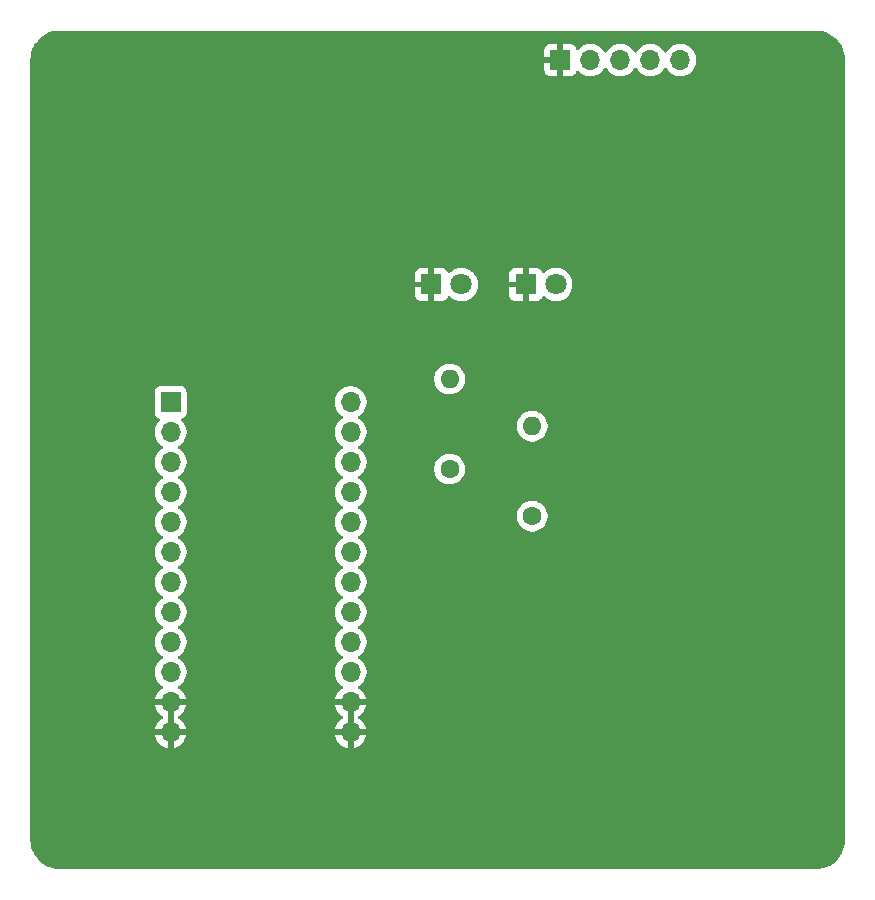
<source format=gbl>
G04 #@! TF.GenerationSoftware,KiCad,Pcbnew,9.0.1*
G04 #@! TF.CreationDate,2025-07-26T23:54:48-07:00*
G04 #@! TF.ProjectId,capstone_paul_ngo,63617073-746f-46e6-955f-7061756c5f6e,rev?*
G04 #@! TF.SameCoordinates,Original*
G04 #@! TF.FileFunction,Copper,L2,Bot*
G04 #@! TF.FilePolarity,Positive*
%FSLAX46Y46*%
G04 Gerber Fmt 4.6, Leading zero omitted, Abs format (unit mm)*
G04 Created by KiCad (PCBNEW 9.0.1) date 2025-07-26 23:54:48*
%MOMM*%
%LPD*%
G01*
G04 APERTURE LIST*
G04 #@! TA.AperFunction,ComponentPad*
%ADD10R,1.700000X1.700000*%
G04 #@! TD*
G04 #@! TA.AperFunction,ComponentPad*
%ADD11O,1.700000X1.700000*%
G04 #@! TD*
G04 #@! TA.AperFunction,ComponentPad*
%ADD12R,1.800000X1.800000*%
G04 #@! TD*
G04 #@! TA.AperFunction,ComponentPad*
%ADD13C,1.800000*%
G04 #@! TD*
G04 #@! TA.AperFunction,ComponentPad*
%ADD14C,1.600000*%
G04 #@! TD*
G04 #@! TA.AperFunction,ComponentPad*
%ADD15O,1.600000X1.600000*%
G04 #@! TD*
G04 APERTURE END LIST*
D10*
X173380000Y-64000000D03*
D11*
X175920000Y-64000000D03*
X178460000Y-64000000D03*
X181000000Y-64000000D03*
X183540000Y-64000000D03*
D12*
X170460000Y-83000000D03*
D13*
X173000000Y-83000000D03*
D14*
X171000000Y-102620000D03*
D15*
X171000000Y-95000000D03*
D12*
X162460000Y-83000000D03*
D13*
X165000000Y-83000000D03*
D10*
X140380000Y-92970000D03*
D11*
X140380000Y-95510000D03*
X140380000Y-98050000D03*
X140380000Y-100590000D03*
X140380000Y-103130000D03*
X140380000Y-105670000D03*
X140380000Y-108210000D03*
X140380000Y-110750000D03*
X140380000Y-113290000D03*
X140380000Y-115830000D03*
X140380000Y-118370000D03*
X140380000Y-120910000D03*
X155620000Y-120910000D03*
X155620000Y-118370000D03*
X155620000Y-115830000D03*
X155620000Y-113290000D03*
X155620000Y-110750000D03*
X155620000Y-108210000D03*
X155620000Y-105670000D03*
X155620000Y-103130000D03*
X155620000Y-100590000D03*
X155620000Y-98050000D03*
X155620000Y-95510000D03*
X155620000Y-92970000D03*
D14*
X164000000Y-98620000D03*
D15*
X164000000Y-91000000D03*
G04 #@! TA.AperFunction,Conductor*
G36*
X140630000Y-120476988D02*
G01*
X140572993Y-120444075D01*
X140445826Y-120410000D01*
X140314174Y-120410000D01*
X140187007Y-120444075D01*
X140130000Y-120476988D01*
X140130000Y-118803012D01*
X140187007Y-118835925D01*
X140314174Y-118870000D01*
X140445826Y-118870000D01*
X140572993Y-118835925D01*
X140630000Y-118803012D01*
X140630000Y-120476988D01*
G37*
G04 #@! TD.AperFunction*
G04 #@! TA.AperFunction,Conductor*
G36*
X155870000Y-120476988D02*
G01*
X155812993Y-120444075D01*
X155685826Y-120410000D01*
X155554174Y-120410000D01*
X155427007Y-120444075D01*
X155370000Y-120476988D01*
X155370000Y-118803012D01*
X155427007Y-118835925D01*
X155554174Y-118870000D01*
X155685826Y-118870000D01*
X155812993Y-118835925D01*
X155870000Y-118803012D01*
X155870000Y-120476988D01*
G37*
G04 #@! TD.AperFunction*
G04 #@! TA.AperFunction,Conductor*
G36*
X195003736Y-61500726D02*
G01*
X195293796Y-61518271D01*
X195308659Y-61520076D01*
X195590798Y-61571780D01*
X195605335Y-61575363D01*
X195879172Y-61660695D01*
X195893163Y-61666000D01*
X196154743Y-61783727D01*
X196167989Y-61790680D01*
X196413465Y-61939075D01*
X196425776Y-61947573D01*
X196651573Y-62124473D01*
X196662781Y-62134403D01*
X196865596Y-62337218D01*
X196875526Y-62348426D01*
X196995481Y-62501538D01*
X197052422Y-62574217D01*
X197060926Y-62586537D01*
X197119091Y-62682753D01*
X197209316Y-62832004D01*
X197216275Y-62845263D01*
X197333997Y-63106831D01*
X197339306Y-63120832D01*
X197424635Y-63394663D01*
X197428219Y-63409201D01*
X197479923Y-63691340D01*
X197481728Y-63706205D01*
X197499274Y-63996263D01*
X197499500Y-64003750D01*
X197499500Y-129996249D01*
X197499274Y-130003736D01*
X197481728Y-130293794D01*
X197479923Y-130308659D01*
X197428219Y-130590798D01*
X197424635Y-130605336D01*
X197339306Y-130879167D01*
X197333997Y-130893168D01*
X197216275Y-131154736D01*
X197209316Y-131167995D01*
X197060928Y-131413459D01*
X197052422Y-131425782D01*
X196875526Y-131651573D01*
X196865596Y-131662781D01*
X196662781Y-131865596D01*
X196651573Y-131875526D01*
X196425782Y-132052422D01*
X196413459Y-132060928D01*
X196167995Y-132209316D01*
X196154736Y-132216275D01*
X195893168Y-132333997D01*
X195879167Y-132339306D01*
X195605336Y-132424635D01*
X195590798Y-132428219D01*
X195308659Y-132479923D01*
X195293794Y-132481728D01*
X195003736Y-132499274D01*
X194996249Y-132499500D01*
X131003751Y-132499500D01*
X130996264Y-132499274D01*
X130706205Y-132481728D01*
X130691340Y-132479923D01*
X130409201Y-132428219D01*
X130394663Y-132424635D01*
X130120832Y-132339306D01*
X130106831Y-132333997D01*
X129845263Y-132216275D01*
X129832004Y-132209316D01*
X129586540Y-132060928D01*
X129574217Y-132052422D01*
X129348426Y-131875526D01*
X129337218Y-131865596D01*
X129134403Y-131662781D01*
X129124473Y-131651573D01*
X128947573Y-131425776D01*
X128939075Y-131413465D01*
X128790680Y-131167989D01*
X128783727Y-131154743D01*
X128666000Y-130893163D01*
X128660693Y-130879167D01*
X128575364Y-130605336D01*
X128571780Y-130590798D01*
X128520076Y-130308659D01*
X128518271Y-130293794D01*
X128500726Y-130003736D01*
X128500500Y-129996249D01*
X128500500Y-92072135D01*
X139029500Y-92072135D01*
X139029500Y-93867870D01*
X139029501Y-93867876D01*
X139035908Y-93927483D01*
X139086202Y-94062328D01*
X139086206Y-94062335D01*
X139172452Y-94177544D01*
X139172455Y-94177547D01*
X139287664Y-94263793D01*
X139287671Y-94263797D01*
X139419082Y-94312810D01*
X139475016Y-94354681D01*
X139499433Y-94420145D01*
X139484582Y-94488418D01*
X139463431Y-94516673D01*
X139349889Y-94630215D01*
X139224951Y-94802179D01*
X139128444Y-94991585D01*
X139062753Y-95193760D01*
X139029500Y-95403713D01*
X139029500Y-95616286D01*
X139062753Y-95826239D01*
X139128444Y-96028414D01*
X139224951Y-96217820D01*
X139349890Y-96389786D01*
X139500213Y-96540109D01*
X139672182Y-96665050D01*
X139680946Y-96669516D01*
X139731742Y-96717491D01*
X139748536Y-96785312D01*
X139725998Y-96851447D01*
X139680946Y-96890484D01*
X139672182Y-96894949D01*
X139500213Y-97019890D01*
X139349890Y-97170213D01*
X139224951Y-97342179D01*
X139128444Y-97531585D01*
X139062753Y-97733760D01*
X139029500Y-97943713D01*
X139029500Y-98156286D01*
X139054711Y-98315466D01*
X139062754Y-98366243D01*
X139097915Y-98474458D01*
X139128444Y-98568414D01*
X139224951Y-98757820D01*
X139349890Y-98929786D01*
X139500213Y-99080109D01*
X139672182Y-99205050D01*
X139680946Y-99209516D01*
X139731742Y-99257491D01*
X139748536Y-99325312D01*
X139725998Y-99391447D01*
X139680946Y-99430484D01*
X139672182Y-99434949D01*
X139500213Y-99559890D01*
X139349890Y-99710213D01*
X139224951Y-99882179D01*
X139128444Y-100071585D01*
X139062753Y-100273760D01*
X139029500Y-100483713D01*
X139029500Y-100696286D01*
X139062753Y-100906239D01*
X139128444Y-101108414D01*
X139224951Y-101297820D01*
X139349890Y-101469786D01*
X139500213Y-101620109D01*
X139672182Y-101745050D01*
X139680946Y-101749516D01*
X139731742Y-101797491D01*
X139748536Y-101865312D01*
X139725998Y-101931447D01*
X139680946Y-101970484D01*
X139672182Y-101974949D01*
X139500213Y-102099890D01*
X139349890Y-102250213D01*
X139224951Y-102422179D01*
X139128444Y-102611585D01*
X139062753Y-102813760D01*
X139029500Y-103023713D01*
X139029500Y-103236286D01*
X139062753Y-103446239D01*
X139128444Y-103648414D01*
X139224951Y-103837820D01*
X139349890Y-104009786D01*
X139500213Y-104160109D01*
X139672182Y-104285050D01*
X139680946Y-104289516D01*
X139731742Y-104337491D01*
X139748536Y-104405312D01*
X139725998Y-104471447D01*
X139680946Y-104510484D01*
X139672182Y-104514949D01*
X139500213Y-104639890D01*
X139349890Y-104790213D01*
X139224951Y-104962179D01*
X139128444Y-105151585D01*
X139062753Y-105353760D01*
X139029500Y-105563713D01*
X139029500Y-105776286D01*
X139062753Y-105986239D01*
X139128444Y-106188414D01*
X139224951Y-106377820D01*
X139349890Y-106549786D01*
X139500213Y-106700109D01*
X139672182Y-106825050D01*
X139680946Y-106829516D01*
X139731742Y-106877491D01*
X139748536Y-106945312D01*
X139725998Y-107011447D01*
X139680946Y-107050484D01*
X139672182Y-107054949D01*
X139500213Y-107179890D01*
X139349890Y-107330213D01*
X139224951Y-107502179D01*
X139128444Y-107691585D01*
X139062753Y-107893760D01*
X139029500Y-108103713D01*
X139029500Y-108316286D01*
X139062753Y-108526239D01*
X139128444Y-108728414D01*
X139224951Y-108917820D01*
X139349890Y-109089786D01*
X139500213Y-109240109D01*
X139672182Y-109365050D01*
X139680946Y-109369516D01*
X139731742Y-109417491D01*
X139748536Y-109485312D01*
X139725998Y-109551447D01*
X139680946Y-109590484D01*
X139672182Y-109594949D01*
X139500213Y-109719890D01*
X139349890Y-109870213D01*
X139224951Y-110042179D01*
X139128444Y-110231585D01*
X139062753Y-110433760D01*
X139029500Y-110643713D01*
X139029500Y-110856286D01*
X139062753Y-111066239D01*
X139128444Y-111268414D01*
X139224951Y-111457820D01*
X139349890Y-111629786D01*
X139500213Y-111780109D01*
X139672182Y-111905050D01*
X139680946Y-111909516D01*
X139731742Y-111957491D01*
X139748536Y-112025312D01*
X139725998Y-112091447D01*
X139680946Y-112130484D01*
X139672182Y-112134949D01*
X139500213Y-112259890D01*
X139349890Y-112410213D01*
X139224951Y-112582179D01*
X139128444Y-112771585D01*
X139062753Y-112973760D01*
X139029500Y-113183713D01*
X139029500Y-113396286D01*
X139062753Y-113606239D01*
X139128444Y-113808414D01*
X139224951Y-113997820D01*
X139349890Y-114169786D01*
X139500213Y-114320109D01*
X139672182Y-114445050D01*
X139680946Y-114449516D01*
X139731742Y-114497491D01*
X139748536Y-114565312D01*
X139725998Y-114631447D01*
X139680946Y-114670484D01*
X139672182Y-114674949D01*
X139500213Y-114799890D01*
X139349890Y-114950213D01*
X139224951Y-115122179D01*
X139128444Y-115311585D01*
X139062753Y-115513760D01*
X139029500Y-115723713D01*
X139029500Y-115936286D01*
X139062753Y-116146239D01*
X139128444Y-116348414D01*
X139224951Y-116537820D01*
X139349890Y-116709786D01*
X139500213Y-116860109D01*
X139672179Y-116985048D01*
X139672181Y-116985049D01*
X139672184Y-116985051D01*
X139681493Y-116989794D01*
X139732290Y-117037766D01*
X139749087Y-117105587D01*
X139726552Y-117171722D01*
X139681502Y-117210762D01*
X139672443Y-117215378D01*
X139500540Y-117340272D01*
X139500535Y-117340276D01*
X139350276Y-117490535D01*
X139350272Y-117490540D01*
X139225379Y-117662442D01*
X139128904Y-117851782D01*
X139063242Y-118053870D01*
X139063242Y-118053873D01*
X139052769Y-118120000D01*
X139946988Y-118120000D01*
X139914075Y-118177007D01*
X139880000Y-118304174D01*
X139880000Y-118435826D01*
X139914075Y-118562993D01*
X139946988Y-118620000D01*
X139052769Y-118620000D01*
X139063242Y-118686126D01*
X139063242Y-118686129D01*
X139128904Y-118888217D01*
X139225379Y-119077557D01*
X139350272Y-119249459D01*
X139350276Y-119249464D01*
X139500535Y-119399723D01*
X139500540Y-119399727D01*
X139672444Y-119524622D01*
X139682048Y-119529516D01*
X139732844Y-119577491D01*
X139749638Y-119645312D01*
X139727100Y-119711447D01*
X139682048Y-119750484D01*
X139672444Y-119755377D01*
X139500540Y-119880272D01*
X139500535Y-119880276D01*
X139350276Y-120030535D01*
X139350272Y-120030540D01*
X139225379Y-120202442D01*
X139128904Y-120391782D01*
X139063242Y-120593870D01*
X139063242Y-120593873D01*
X139052769Y-120660000D01*
X139946988Y-120660000D01*
X139914075Y-120717007D01*
X139880000Y-120844174D01*
X139880000Y-120975826D01*
X139914075Y-121102993D01*
X139946988Y-121160000D01*
X139052769Y-121160000D01*
X139063242Y-121226126D01*
X139063242Y-121226129D01*
X139128904Y-121428217D01*
X139225379Y-121617557D01*
X139350272Y-121789459D01*
X139350276Y-121789464D01*
X139500535Y-121939723D01*
X139500540Y-121939727D01*
X139672442Y-122064620D01*
X139861782Y-122161095D01*
X140063871Y-122226757D01*
X140130000Y-122237231D01*
X140130000Y-121343012D01*
X140187007Y-121375925D01*
X140314174Y-121410000D01*
X140445826Y-121410000D01*
X140572993Y-121375925D01*
X140630000Y-121343012D01*
X140630000Y-122237230D01*
X140696126Y-122226757D01*
X140696129Y-122226757D01*
X140898217Y-122161095D01*
X141087557Y-122064620D01*
X141259459Y-121939727D01*
X141259464Y-121939723D01*
X141409723Y-121789464D01*
X141409727Y-121789459D01*
X141534620Y-121617557D01*
X141631095Y-121428217D01*
X141696757Y-121226129D01*
X141696757Y-121226126D01*
X141707231Y-121160000D01*
X140813012Y-121160000D01*
X140845925Y-121102993D01*
X140880000Y-120975826D01*
X140880000Y-120844174D01*
X140845925Y-120717007D01*
X140813012Y-120660000D01*
X141707231Y-120660000D01*
X141696757Y-120593873D01*
X141696757Y-120593870D01*
X141631095Y-120391782D01*
X141534620Y-120202442D01*
X141409727Y-120030540D01*
X141409723Y-120030535D01*
X141259464Y-119880276D01*
X141259459Y-119880272D01*
X141087558Y-119755379D01*
X141077954Y-119750486D01*
X141027157Y-119702512D01*
X141010361Y-119634692D01*
X141032897Y-119568556D01*
X141077954Y-119529514D01*
X141087558Y-119524620D01*
X141259459Y-119399727D01*
X141259464Y-119399723D01*
X141409723Y-119249464D01*
X141409727Y-119249459D01*
X141534620Y-119077557D01*
X141631095Y-118888217D01*
X141696757Y-118686129D01*
X141696757Y-118686126D01*
X141707231Y-118620000D01*
X140813012Y-118620000D01*
X140845925Y-118562993D01*
X140880000Y-118435826D01*
X140880000Y-118304174D01*
X140845925Y-118177007D01*
X140813012Y-118120000D01*
X141707231Y-118120000D01*
X141696757Y-118053873D01*
X141696757Y-118053870D01*
X141631095Y-117851782D01*
X141534620Y-117662442D01*
X141409727Y-117490540D01*
X141409723Y-117490535D01*
X141259464Y-117340276D01*
X141259459Y-117340272D01*
X141087555Y-117215377D01*
X141078500Y-117210763D01*
X141027706Y-117162788D01*
X141010912Y-117094966D01*
X141033451Y-117028832D01*
X141078508Y-116989793D01*
X141087816Y-116985051D01*
X141167007Y-116927515D01*
X141259786Y-116860109D01*
X141259788Y-116860106D01*
X141259792Y-116860104D01*
X141410104Y-116709792D01*
X141410106Y-116709788D01*
X141410109Y-116709786D01*
X141535048Y-116537820D01*
X141535047Y-116537820D01*
X141535051Y-116537816D01*
X141631557Y-116348412D01*
X141697246Y-116146243D01*
X141730500Y-115936287D01*
X141730500Y-115723713D01*
X141697246Y-115513757D01*
X141631557Y-115311588D01*
X141535051Y-115122184D01*
X141535049Y-115122181D01*
X141535048Y-115122179D01*
X141410109Y-114950213D01*
X141259786Y-114799890D01*
X141087820Y-114674951D01*
X141087115Y-114674591D01*
X141079054Y-114670485D01*
X141028259Y-114622512D01*
X141011463Y-114554692D01*
X141033999Y-114488556D01*
X141079054Y-114449515D01*
X141087816Y-114445051D01*
X141109789Y-114429086D01*
X141259786Y-114320109D01*
X141259788Y-114320106D01*
X141259792Y-114320104D01*
X141410104Y-114169792D01*
X141410106Y-114169788D01*
X141410109Y-114169786D01*
X141535048Y-113997820D01*
X141535047Y-113997820D01*
X141535051Y-113997816D01*
X141631557Y-113808412D01*
X141697246Y-113606243D01*
X141730500Y-113396287D01*
X141730500Y-113183713D01*
X141697246Y-112973757D01*
X141631557Y-112771588D01*
X141535051Y-112582184D01*
X141535049Y-112582181D01*
X141535048Y-112582179D01*
X141410109Y-112410213D01*
X141259786Y-112259890D01*
X141087820Y-112134951D01*
X141087115Y-112134591D01*
X141079054Y-112130485D01*
X141028259Y-112082512D01*
X141011463Y-112014692D01*
X141033999Y-111948556D01*
X141079054Y-111909515D01*
X141087816Y-111905051D01*
X141109789Y-111889086D01*
X141259786Y-111780109D01*
X141259788Y-111780106D01*
X141259792Y-111780104D01*
X141410104Y-111629792D01*
X141410106Y-111629788D01*
X141410109Y-111629786D01*
X141535048Y-111457820D01*
X141535047Y-111457820D01*
X141535051Y-111457816D01*
X141631557Y-111268412D01*
X141697246Y-111066243D01*
X141730500Y-110856287D01*
X141730500Y-110643713D01*
X141697246Y-110433757D01*
X141631557Y-110231588D01*
X141535051Y-110042184D01*
X141535049Y-110042181D01*
X141535048Y-110042179D01*
X141410109Y-109870213D01*
X141259786Y-109719890D01*
X141087820Y-109594951D01*
X141087115Y-109594591D01*
X141079054Y-109590485D01*
X141028259Y-109542512D01*
X141011463Y-109474692D01*
X141033999Y-109408556D01*
X141079054Y-109369515D01*
X141087816Y-109365051D01*
X141109789Y-109349086D01*
X141259786Y-109240109D01*
X141259788Y-109240106D01*
X141259792Y-109240104D01*
X141410104Y-109089792D01*
X141410106Y-109089788D01*
X141410109Y-109089786D01*
X141535048Y-108917820D01*
X141535047Y-108917820D01*
X141535051Y-108917816D01*
X141631557Y-108728412D01*
X141697246Y-108526243D01*
X141730500Y-108316287D01*
X141730500Y-108103713D01*
X141697246Y-107893757D01*
X141631557Y-107691588D01*
X141535051Y-107502184D01*
X141535049Y-107502181D01*
X141535048Y-107502179D01*
X141410109Y-107330213D01*
X141259786Y-107179890D01*
X141087820Y-107054951D01*
X141087115Y-107054591D01*
X141079054Y-107050485D01*
X141028259Y-107002512D01*
X141011463Y-106934692D01*
X141033999Y-106868556D01*
X141079054Y-106829515D01*
X141087816Y-106825051D01*
X141109789Y-106809086D01*
X141259786Y-106700109D01*
X141259788Y-106700106D01*
X141259792Y-106700104D01*
X141410104Y-106549792D01*
X141410106Y-106549788D01*
X141410109Y-106549786D01*
X141535048Y-106377820D01*
X141535047Y-106377820D01*
X141535051Y-106377816D01*
X141631557Y-106188412D01*
X141697246Y-105986243D01*
X141730500Y-105776287D01*
X141730500Y-105563713D01*
X141697246Y-105353757D01*
X141631557Y-105151588D01*
X141535051Y-104962184D01*
X141535049Y-104962181D01*
X141535048Y-104962179D01*
X141410109Y-104790213D01*
X141259786Y-104639890D01*
X141087820Y-104514951D01*
X141087115Y-104514591D01*
X141079054Y-104510485D01*
X141028259Y-104462512D01*
X141011463Y-104394692D01*
X141033999Y-104328556D01*
X141079054Y-104289515D01*
X141087816Y-104285051D01*
X141109789Y-104269086D01*
X141259786Y-104160109D01*
X141259788Y-104160106D01*
X141259792Y-104160104D01*
X141410104Y-104009792D01*
X141410106Y-104009788D01*
X141410109Y-104009786D01*
X141535048Y-103837820D01*
X141535047Y-103837820D01*
X141535051Y-103837816D01*
X141631557Y-103648412D01*
X141697246Y-103446243D01*
X141730500Y-103236287D01*
X141730500Y-103023713D01*
X141697246Y-102813757D01*
X141631557Y-102611588D01*
X141535051Y-102422184D01*
X141535049Y-102422181D01*
X141535048Y-102422179D01*
X141410109Y-102250213D01*
X141259786Y-102099890D01*
X141087820Y-101974951D01*
X141087115Y-101974591D01*
X141079054Y-101970485D01*
X141028259Y-101922512D01*
X141011463Y-101854692D01*
X141033999Y-101788556D01*
X141079054Y-101749515D01*
X141087816Y-101745051D01*
X141109789Y-101729086D01*
X141259786Y-101620109D01*
X141259788Y-101620106D01*
X141259792Y-101620104D01*
X141410104Y-101469792D01*
X141410106Y-101469788D01*
X141410109Y-101469786D01*
X141535048Y-101297820D01*
X141535047Y-101297820D01*
X141535051Y-101297816D01*
X141631557Y-101108412D01*
X141697246Y-100906243D01*
X141730500Y-100696287D01*
X141730500Y-100483713D01*
X141697246Y-100273757D01*
X141631557Y-100071588D01*
X141535051Y-99882184D01*
X141535049Y-99882181D01*
X141535048Y-99882179D01*
X141410109Y-99710213D01*
X141259786Y-99559890D01*
X141087820Y-99434951D01*
X141087115Y-99434591D01*
X141079054Y-99430485D01*
X141028259Y-99382512D01*
X141011463Y-99314692D01*
X141033999Y-99248556D01*
X141079054Y-99209515D01*
X141087816Y-99205051D01*
X141109789Y-99189086D01*
X141259786Y-99080109D01*
X141259788Y-99080106D01*
X141259792Y-99080104D01*
X141410104Y-98929792D01*
X141410106Y-98929788D01*
X141410109Y-98929786D01*
X141535048Y-98757820D01*
X141535047Y-98757820D01*
X141535051Y-98757816D01*
X141631557Y-98568412D01*
X141697246Y-98366243D01*
X141730500Y-98156287D01*
X141730500Y-97943713D01*
X141697246Y-97733757D01*
X141631557Y-97531588D01*
X141535051Y-97342184D01*
X141535049Y-97342181D01*
X141535048Y-97342179D01*
X141410109Y-97170213D01*
X141259786Y-97019890D01*
X141087820Y-96894951D01*
X141087115Y-96894591D01*
X141079054Y-96890485D01*
X141028259Y-96842512D01*
X141011463Y-96774692D01*
X141033999Y-96708556D01*
X141079054Y-96669515D01*
X141087816Y-96665051D01*
X141109789Y-96649086D01*
X141259786Y-96540109D01*
X141259788Y-96540106D01*
X141259792Y-96540104D01*
X141410104Y-96389792D01*
X141410106Y-96389788D01*
X141410109Y-96389786D01*
X141535048Y-96217820D01*
X141535047Y-96217820D01*
X141535051Y-96217816D01*
X141631557Y-96028412D01*
X141697246Y-95826243D01*
X141730500Y-95616287D01*
X141730500Y-95403713D01*
X141697246Y-95193757D01*
X141631557Y-94991588D01*
X141535051Y-94802184D01*
X141535049Y-94802181D01*
X141535048Y-94802179D01*
X141410109Y-94630213D01*
X141296569Y-94516673D01*
X141263084Y-94455350D01*
X141268068Y-94385658D01*
X141309940Y-94329725D01*
X141340915Y-94312810D01*
X141472331Y-94263796D01*
X141587546Y-94177546D01*
X141673796Y-94062331D01*
X141724091Y-93927483D01*
X141730500Y-93867873D01*
X141730499Y-92863713D01*
X154269500Y-92863713D01*
X154269500Y-93076286D01*
X154302753Y-93286239D01*
X154368444Y-93488414D01*
X154464951Y-93677820D01*
X154589890Y-93849786D01*
X154740213Y-94000109D01*
X154912182Y-94125050D01*
X154920946Y-94129516D01*
X154971742Y-94177491D01*
X154988536Y-94245312D01*
X154965998Y-94311447D01*
X154920946Y-94350484D01*
X154912182Y-94354949D01*
X154740213Y-94479890D01*
X154589890Y-94630213D01*
X154464951Y-94802179D01*
X154368444Y-94991585D01*
X154302753Y-95193760D01*
X154269500Y-95403713D01*
X154269500Y-95616286D01*
X154302753Y-95826239D01*
X154368444Y-96028414D01*
X154464951Y-96217820D01*
X154589890Y-96389786D01*
X154740213Y-96540109D01*
X154912182Y-96665050D01*
X154920946Y-96669516D01*
X154971742Y-96717491D01*
X154988536Y-96785312D01*
X154965998Y-96851447D01*
X154920946Y-96890484D01*
X154912182Y-96894949D01*
X154740213Y-97019890D01*
X154589890Y-97170213D01*
X154464951Y-97342179D01*
X154368444Y-97531585D01*
X154302753Y-97733760D01*
X154269500Y-97943713D01*
X154269500Y-98156286D01*
X154294711Y-98315466D01*
X154302754Y-98366243D01*
X154337915Y-98474458D01*
X154368444Y-98568414D01*
X154464951Y-98757820D01*
X154589890Y-98929786D01*
X154740213Y-99080109D01*
X154912182Y-99205050D01*
X154920946Y-99209516D01*
X154971742Y-99257491D01*
X154988536Y-99325312D01*
X154965998Y-99391447D01*
X154920946Y-99430484D01*
X154912182Y-99434949D01*
X154740213Y-99559890D01*
X154589890Y-99710213D01*
X154464951Y-99882179D01*
X154368444Y-100071585D01*
X154302753Y-100273760D01*
X154269500Y-100483713D01*
X154269500Y-100696286D01*
X154302753Y-100906239D01*
X154368444Y-101108414D01*
X154464951Y-101297820D01*
X154589890Y-101469786D01*
X154740213Y-101620109D01*
X154912182Y-101745050D01*
X154920946Y-101749516D01*
X154971742Y-101797491D01*
X154988536Y-101865312D01*
X154965998Y-101931447D01*
X154920946Y-101970484D01*
X154912182Y-101974949D01*
X154740213Y-102099890D01*
X154589890Y-102250213D01*
X154464951Y-102422179D01*
X154368444Y-102611585D01*
X154302753Y-102813760D01*
X154269500Y-103023713D01*
X154269500Y-103236286D01*
X154302753Y-103446239D01*
X154368444Y-103648414D01*
X154464951Y-103837820D01*
X154589890Y-104009786D01*
X154740213Y-104160109D01*
X154912182Y-104285050D01*
X154920946Y-104289516D01*
X154971742Y-104337491D01*
X154988536Y-104405312D01*
X154965998Y-104471447D01*
X154920946Y-104510484D01*
X154912182Y-104514949D01*
X154740213Y-104639890D01*
X154589890Y-104790213D01*
X154464951Y-104962179D01*
X154368444Y-105151585D01*
X154302753Y-105353760D01*
X154269500Y-105563713D01*
X154269500Y-105776286D01*
X154302753Y-105986239D01*
X154368444Y-106188414D01*
X154464951Y-106377820D01*
X154589890Y-106549786D01*
X154740213Y-106700109D01*
X154912182Y-106825050D01*
X154920946Y-106829516D01*
X154971742Y-106877491D01*
X154988536Y-106945312D01*
X154965998Y-107011447D01*
X154920946Y-107050484D01*
X154912182Y-107054949D01*
X154740213Y-107179890D01*
X154589890Y-107330213D01*
X154464951Y-107502179D01*
X154368444Y-107691585D01*
X154302753Y-107893760D01*
X154269500Y-108103713D01*
X154269500Y-108316286D01*
X154302753Y-108526239D01*
X154368444Y-108728414D01*
X154464951Y-108917820D01*
X154589890Y-109089786D01*
X154740213Y-109240109D01*
X154912182Y-109365050D01*
X154920946Y-109369516D01*
X154971742Y-109417491D01*
X154988536Y-109485312D01*
X154965998Y-109551447D01*
X154920946Y-109590484D01*
X154912182Y-109594949D01*
X154740213Y-109719890D01*
X154589890Y-109870213D01*
X154464951Y-110042179D01*
X154368444Y-110231585D01*
X154302753Y-110433760D01*
X154269500Y-110643713D01*
X154269500Y-110856286D01*
X154302753Y-111066239D01*
X154368444Y-111268414D01*
X154464951Y-111457820D01*
X154589890Y-111629786D01*
X154740213Y-111780109D01*
X154912182Y-111905050D01*
X154920946Y-111909516D01*
X154971742Y-111957491D01*
X154988536Y-112025312D01*
X154965998Y-112091447D01*
X154920946Y-112130484D01*
X154912182Y-112134949D01*
X154740213Y-112259890D01*
X154589890Y-112410213D01*
X154464951Y-112582179D01*
X154368444Y-112771585D01*
X154302753Y-112973760D01*
X154269500Y-113183713D01*
X154269500Y-113396286D01*
X154302753Y-113606239D01*
X154368444Y-113808414D01*
X154464951Y-113997820D01*
X154589890Y-114169786D01*
X154740213Y-114320109D01*
X154912182Y-114445050D01*
X154920946Y-114449516D01*
X154971742Y-114497491D01*
X154988536Y-114565312D01*
X154965998Y-114631447D01*
X154920946Y-114670484D01*
X154912182Y-114674949D01*
X154740213Y-114799890D01*
X154589890Y-114950213D01*
X154464951Y-115122179D01*
X154368444Y-115311585D01*
X154302753Y-115513760D01*
X154269500Y-115723713D01*
X154269500Y-115936286D01*
X154302753Y-116146239D01*
X154368444Y-116348414D01*
X154464951Y-116537820D01*
X154589890Y-116709786D01*
X154740213Y-116860109D01*
X154912179Y-116985048D01*
X154912181Y-116985049D01*
X154912184Y-116985051D01*
X154921493Y-116989794D01*
X154972290Y-117037766D01*
X154989087Y-117105587D01*
X154966552Y-117171722D01*
X154921502Y-117210762D01*
X154912443Y-117215378D01*
X154740540Y-117340272D01*
X154740535Y-117340276D01*
X154590276Y-117490535D01*
X154590272Y-117490540D01*
X154465379Y-117662442D01*
X154368904Y-117851782D01*
X154303242Y-118053870D01*
X154303242Y-118053873D01*
X154292769Y-118120000D01*
X155186988Y-118120000D01*
X155154075Y-118177007D01*
X155120000Y-118304174D01*
X155120000Y-118435826D01*
X155154075Y-118562993D01*
X155186988Y-118620000D01*
X154292769Y-118620000D01*
X154303242Y-118686126D01*
X154303242Y-118686129D01*
X154368904Y-118888217D01*
X154465379Y-119077557D01*
X154590272Y-119249459D01*
X154590276Y-119249464D01*
X154740535Y-119399723D01*
X154740540Y-119399727D01*
X154912444Y-119524622D01*
X154922048Y-119529516D01*
X154972844Y-119577491D01*
X154989638Y-119645312D01*
X154967100Y-119711447D01*
X154922048Y-119750484D01*
X154912444Y-119755377D01*
X154740540Y-119880272D01*
X154740535Y-119880276D01*
X154590276Y-120030535D01*
X154590272Y-120030540D01*
X154465379Y-120202442D01*
X154368904Y-120391782D01*
X154303242Y-120593870D01*
X154303242Y-120593873D01*
X154292769Y-120660000D01*
X155186988Y-120660000D01*
X155154075Y-120717007D01*
X155120000Y-120844174D01*
X155120000Y-120975826D01*
X155154075Y-121102993D01*
X155186988Y-121160000D01*
X154292769Y-121160000D01*
X154303242Y-121226126D01*
X154303242Y-121226129D01*
X154368904Y-121428217D01*
X154465379Y-121617557D01*
X154590272Y-121789459D01*
X154590276Y-121789464D01*
X154740535Y-121939723D01*
X154740540Y-121939727D01*
X154912442Y-122064620D01*
X155101782Y-122161095D01*
X155303871Y-122226757D01*
X155370000Y-122237231D01*
X155370000Y-121343012D01*
X155427007Y-121375925D01*
X155554174Y-121410000D01*
X155685826Y-121410000D01*
X155812993Y-121375925D01*
X155870000Y-121343012D01*
X155870000Y-122237230D01*
X155936126Y-122226757D01*
X155936129Y-122226757D01*
X156138217Y-122161095D01*
X156327557Y-122064620D01*
X156499459Y-121939727D01*
X156499464Y-121939723D01*
X156649723Y-121789464D01*
X156649727Y-121789459D01*
X156774620Y-121617557D01*
X156871095Y-121428217D01*
X156936757Y-121226129D01*
X156936757Y-121226126D01*
X156947231Y-121160000D01*
X156053012Y-121160000D01*
X156085925Y-121102993D01*
X156120000Y-120975826D01*
X156120000Y-120844174D01*
X156085925Y-120717007D01*
X156053012Y-120660000D01*
X156947231Y-120660000D01*
X156936757Y-120593873D01*
X156936757Y-120593870D01*
X156871095Y-120391782D01*
X156774620Y-120202442D01*
X156649727Y-120030540D01*
X156649723Y-120030535D01*
X156499464Y-119880276D01*
X156499459Y-119880272D01*
X156327558Y-119755379D01*
X156317954Y-119750486D01*
X156267157Y-119702512D01*
X156250361Y-119634692D01*
X156272897Y-119568556D01*
X156317954Y-119529514D01*
X156327558Y-119524620D01*
X156499459Y-119399727D01*
X156499464Y-119399723D01*
X156649723Y-119249464D01*
X156649727Y-119249459D01*
X156774620Y-119077557D01*
X156871095Y-118888217D01*
X156936757Y-118686129D01*
X156936757Y-118686126D01*
X156947231Y-118620000D01*
X156053012Y-118620000D01*
X156085925Y-118562993D01*
X156120000Y-118435826D01*
X156120000Y-118304174D01*
X156085925Y-118177007D01*
X156053012Y-118120000D01*
X156947231Y-118120000D01*
X156936757Y-118053873D01*
X156936757Y-118053870D01*
X156871095Y-117851782D01*
X156774620Y-117662442D01*
X156649727Y-117490540D01*
X156649723Y-117490535D01*
X156499464Y-117340276D01*
X156499459Y-117340272D01*
X156327555Y-117215377D01*
X156318500Y-117210763D01*
X156267706Y-117162788D01*
X156250912Y-117094966D01*
X156273451Y-117028832D01*
X156318508Y-116989793D01*
X156327816Y-116985051D01*
X156407007Y-116927515D01*
X156499786Y-116860109D01*
X156499788Y-116860106D01*
X156499792Y-116860104D01*
X156650104Y-116709792D01*
X156650106Y-116709788D01*
X156650109Y-116709786D01*
X156775048Y-116537820D01*
X156775047Y-116537820D01*
X156775051Y-116537816D01*
X156871557Y-116348412D01*
X156937246Y-116146243D01*
X156970500Y-115936287D01*
X156970500Y-115723713D01*
X156937246Y-115513757D01*
X156871557Y-115311588D01*
X156775051Y-115122184D01*
X156775049Y-115122181D01*
X156775048Y-115122179D01*
X156650109Y-114950213D01*
X156499786Y-114799890D01*
X156327820Y-114674951D01*
X156327115Y-114674591D01*
X156319054Y-114670485D01*
X156268259Y-114622512D01*
X156251463Y-114554692D01*
X156273999Y-114488556D01*
X156319054Y-114449515D01*
X156327816Y-114445051D01*
X156349789Y-114429086D01*
X156499786Y-114320109D01*
X156499788Y-114320106D01*
X156499792Y-114320104D01*
X156650104Y-114169792D01*
X156650106Y-114169788D01*
X156650109Y-114169786D01*
X156775048Y-113997820D01*
X156775047Y-113997820D01*
X156775051Y-113997816D01*
X156871557Y-113808412D01*
X156937246Y-113606243D01*
X156970500Y-113396287D01*
X156970500Y-113183713D01*
X156937246Y-112973757D01*
X156871557Y-112771588D01*
X156775051Y-112582184D01*
X156775049Y-112582181D01*
X156775048Y-112582179D01*
X156650109Y-112410213D01*
X156499786Y-112259890D01*
X156327820Y-112134951D01*
X156327115Y-112134591D01*
X156319054Y-112130485D01*
X156268259Y-112082512D01*
X156251463Y-112014692D01*
X156273999Y-111948556D01*
X156319054Y-111909515D01*
X156327816Y-111905051D01*
X156349789Y-111889086D01*
X156499786Y-111780109D01*
X156499788Y-111780106D01*
X156499792Y-111780104D01*
X156650104Y-111629792D01*
X156650106Y-111629788D01*
X156650109Y-111629786D01*
X156775048Y-111457820D01*
X156775047Y-111457820D01*
X156775051Y-111457816D01*
X156871557Y-111268412D01*
X156937246Y-111066243D01*
X156970500Y-110856287D01*
X156970500Y-110643713D01*
X156937246Y-110433757D01*
X156871557Y-110231588D01*
X156775051Y-110042184D01*
X156775049Y-110042181D01*
X156775048Y-110042179D01*
X156650109Y-109870213D01*
X156499786Y-109719890D01*
X156327820Y-109594951D01*
X156327115Y-109594591D01*
X156319054Y-109590485D01*
X156268259Y-109542512D01*
X156251463Y-109474692D01*
X156273999Y-109408556D01*
X156319054Y-109369515D01*
X156327816Y-109365051D01*
X156349789Y-109349086D01*
X156499786Y-109240109D01*
X156499788Y-109240106D01*
X156499792Y-109240104D01*
X156650104Y-109089792D01*
X156650106Y-109089788D01*
X156650109Y-109089786D01*
X156775048Y-108917820D01*
X156775047Y-108917820D01*
X156775051Y-108917816D01*
X156871557Y-108728412D01*
X156937246Y-108526243D01*
X156970500Y-108316287D01*
X156970500Y-108103713D01*
X156937246Y-107893757D01*
X156871557Y-107691588D01*
X156775051Y-107502184D01*
X156775049Y-107502181D01*
X156775048Y-107502179D01*
X156650109Y-107330213D01*
X156499786Y-107179890D01*
X156327820Y-107054951D01*
X156327115Y-107054591D01*
X156319054Y-107050485D01*
X156268259Y-107002512D01*
X156251463Y-106934692D01*
X156273999Y-106868556D01*
X156319054Y-106829515D01*
X156327816Y-106825051D01*
X156349789Y-106809086D01*
X156499786Y-106700109D01*
X156499788Y-106700106D01*
X156499792Y-106700104D01*
X156650104Y-106549792D01*
X156650106Y-106549788D01*
X156650109Y-106549786D01*
X156775048Y-106377820D01*
X156775047Y-106377820D01*
X156775051Y-106377816D01*
X156871557Y-106188412D01*
X156937246Y-105986243D01*
X156970500Y-105776287D01*
X156970500Y-105563713D01*
X156937246Y-105353757D01*
X156871557Y-105151588D01*
X156775051Y-104962184D01*
X156775049Y-104962181D01*
X156775048Y-104962179D01*
X156650109Y-104790213D01*
X156499786Y-104639890D01*
X156327820Y-104514951D01*
X156327115Y-104514591D01*
X156319054Y-104510485D01*
X156268259Y-104462512D01*
X156251463Y-104394692D01*
X156273999Y-104328556D01*
X156319054Y-104289515D01*
X156327816Y-104285051D01*
X156349789Y-104269086D01*
X156499786Y-104160109D01*
X156499788Y-104160106D01*
X156499792Y-104160104D01*
X156650104Y-104009792D01*
X156650106Y-104009788D01*
X156650109Y-104009786D01*
X156775048Y-103837820D01*
X156775047Y-103837820D01*
X156775051Y-103837816D01*
X156871557Y-103648412D01*
X156937246Y-103446243D01*
X156970500Y-103236287D01*
X156970500Y-103023713D01*
X156937246Y-102813757D01*
X156871557Y-102611588D01*
X156871554Y-102611582D01*
X156849895Y-102569072D01*
X156849894Y-102569071D01*
X156823692Y-102517648D01*
X169699500Y-102517648D01*
X169699500Y-102722351D01*
X169731522Y-102924534D01*
X169794781Y-103119223D01*
X169887715Y-103301613D01*
X170008028Y-103467213D01*
X170152786Y-103611971D01*
X170307749Y-103724556D01*
X170318390Y-103732287D01*
X170434607Y-103791503D01*
X170500776Y-103825218D01*
X170500778Y-103825218D01*
X170500781Y-103825220D01*
X170605137Y-103859127D01*
X170695465Y-103888477D01*
X170796557Y-103904488D01*
X170897648Y-103920500D01*
X170897649Y-103920500D01*
X171102351Y-103920500D01*
X171102352Y-103920500D01*
X171304534Y-103888477D01*
X171499219Y-103825220D01*
X171681610Y-103732287D01*
X171797055Y-103648412D01*
X171847213Y-103611971D01*
X171847215Y-103611968D01*
X171847219Y-103611966D01*
X171991966Y-103467219D01*
X171991968Y-103467215D01*
X171991971Y-103467213D01*
X172044732Y-103394590D01*
X172112287Y-103301610D01*
X172205220Y-103119219D01*
X172268477Y-102924534D01*
X172300500Y-102722352D01*
X172300500Y-102517648D01*
X172268477Y-102315466D01*
X172205220Y-102120781D01*
X172205218Y-102120778D01*
X172205218Y-102120776D01*
X172171503Y-102054607D01*
X172112287Y-101938390D01*
X172100751Y-101922512D01*
X171991971Y-101772786D01*
X171847213Y-101628028D01*
X171681613Y-101507715D01*
X171681612Y-101507714D01*
X171681610Y-101507713D01*
X171607174Y-101469786D01*
X171499223Y-101414781D01*
X171304534Y-101351522D01*
X171129995Y-101323878D01*
X171102352Y-101319500D01*
X170897648Y-101319500D01*
X170873329Y-101323351D01*
X170695465Y-101351522D01*
X170500776Y-101414781D01*
X170318386Y-101507715D01*
X170152786Y-101628028D01*
X170008028Y-101772786D01*
X169887715Y-101938386D01*
X169794781Y-102120776D01*
X169731522Y-102315465D01*
X169699500Y-102517648D01*
X156823692Y-102517648D01*
X156775051Y-102422184D01*
X156767023Y-102411134D01*
X156650109Y-102250213D01*
X156499786Y-102099890D01*
X156327820Y-101974951D01*
X156327115Y-101974591D01*
X156319054Y-101970485D01*
X156268259Y-101922512D01*
X156251463Y-101854692D01*
X156273999Y-101788556D01*
X156319054Y-101749515D01*
X156327816Y-101745051D01*
X156349789Y-101729086D01*
X156499786Y-101620109D01*
X156499788Y-101620106D01*
X156499792Y-101620104D01*
X156650104Y-101469792D01*
X156650106Y-101469788D01*
X156650109Y-101469786D01*
X156775048Y-101297820D01*
X156775047Y-101297820D01*
X156775051Y-101297816D01*
X156871557Y-101108412D01*
X156937246Y-100906243D01*
X156970500Y-100696287D01*
X156970500Y-100483713D01*
X156937246Y-100273757D01*
X156871557Y-100071588D01*
X156775051Y-99882184D01*
X156775049Y-99882181D01*
X156775048Y-99882179D01*
X156650109Y-99710213D01*
X156499786Y-99559890D01*
X156327820Y-99434951D01*
X156327115Y-99434591D01*
X156319054Y-99430485D01*
X156268259Y-99382512D01*
X156251463Y-99314692D01*
X156273999Y-99248556D01*
X156319054Y-99209515D01*
X156327816Y-99205051D01*
X156349789Y-99189086D01*
X156499786Y-99080109D01*
X156499788Y-99080106D01*
X156499792Y-99080104D01*
X156650104Y-98929792D01*
X156650106Y-98929788D01*
X156650109Y-98929786D01*
X156775048Y-98757820D01*
X156775047Y-98757820D01*
X156775051Y-98757816D01*
X156871557Y-98568412D01*
X156888051Y-98517648D01*
X162699500Y-98517648D01*
X162699500Y-98722351D01*
X162731522Y-98924534D01*
X162794781Y-99119223D01*
X162887715Y-99301613D01*
X163008028Y-99467213D01*
X163152786Y-99611971D01*
X163288007Y-99710213D01*
X163318390Y-99732287D01*
X163434607Y-99791503D01*
X163500776Y-99825218D01*
X163500778Y-99825218D01*
X163500781Y-99825220D01*
X163605137Y-99859127D01*
X163695465Y-99888477D01*
X163796557Y-99904488D01*
X163897648Y-99920500D01*
X163897649Y-99920500D01*
X164102351Y-99920500D01*
X164102352Y-99920500D01*
X164304534Y-99888477D01*
X164499219Y-99825220D01*
X164681610Y-99732287D01*
X164774590Y-99664732D01*
X164847213Y-99611971D01*
X164847215Y-99611968D01*
X164847219Y-99611966D01*
X164991966Y-99467219D01*
X164991968Y-99467215D01*
X164991971Y-99467213D01*
X165085526Y-99338443D01*
X165112287Y-99301610D01*
X165205220Y-99119219D01*
X165268477Y-98924534D01*
X165300500Y-98722352D01*
X165300500Y-98517648D01*
X165293659Y-98474457D01*
X165268477Y-98315465D01*
X165239127Y-98225137D01*
X165205220Y-98120781D01*
X165205218Y-98120778D01*
X165205218Y-98120776D01*
X165171503Y-98054607D01*
X165112287Y-97938390D01*
X165104556Y-97927749D01*
X164991971Y-97772786D01*
X164847213Y-97628028D01*
X164681613Y-97507715D01*
X164681612Y-97507714D01*
X164681610Y-97507713D01*
X164624653Y-97478691D01*
X164499223Y-97414781D01*
X164304534Y-97351522D01*
X164129995Y-97323878D01*
X164102352Y-97319500D01*
X163897648Y-97319500D01*
X163873329Y-97323351D01*
X163695465Y-97351522D01*
X163500776Y-97414781D01*
X163318386Y-97507715D01*
X163152786Y-97628028D01*
X163008028Y-97772786D01*
X162887715Y-97938386D01*
X162794781Y-98120776D01*
X162731522Y-98315465D01*
X162699500Y-98517648D01*
X156888051Y-98517648D01*
X156937246Y-98366243D01*
X156970500Y-98156287D01*
X156970500Y-97943713D01*
X156937246Y-97733757D01*
X156871557Y-97531588D01*
X156775051Y-97342184D01*
X156775049Y-97342181D01*
X156775048Y-97342179D01*
X156650109Y-97170213D01*
X156499786Y-97019890D01*
X156327820Y-96894951D01*
X156327115Y-96894591D01*
X156319054Y-96890485D01*
X156268259Y-96842512D01*
X156251463Y-96774692D01*
X156273999Y-96708556D01*
X156319054Y-96669515D01*
X156327816Y-96665051D01*
X156349789Y-96649086D01*
X156499786Y-96540109D01*
X156499788Y-96540106D01*
X156499792Y-96540104D01*
X156650104Y-96389792D01*
X156650106Y-96389788D01*
X156650109Y-96389786D01*
X156775048Y-96217820D01*
X156775047Y-96217820D01*
X156775051Y-96217816D01*
X156871557Y-96028412D01*
X156937246Y-95826243D01*
X156970500Y-95616287D01*
X156970500Y-95403713D01*
X156937246Y-95193757D01*
X156871557Y-94991588D01*
X156871554Y-94991582D01*
X156849895Y-94949072D01*
X156849894Y-94949071D01*
X156823692Y-94897648D01*
X169699500Y-94897648D01*
X169699500Y-95102351D01*
X169731522Y-95304534D01*
X169794781Y-95499223D01*
X169887715Y-95681613D01*
X170008028Y-95847213D01*
X170152786Y-95991971D01*
X170307749Y-96104556D01*
X170318390Y-96112287D01*
X170434607Y-96171503D01*
X170500776Y-96205218D01*
X170500778Y-96205218D01*
X170500781Y-96205220D01*
X170605137Y-96239127D01*
X170695465Y-96268477D01*
X170796557Y-96284488D01*
X170897648Y-96300500D01*
X170897649Y-96300500D01*
X171102351Y-96300500D01*
X171102352Y-96300500D01*
X171304534Y-96268477D01*
X171499219Y-96205220D01*
X171681610Y-96112287D01*
X171797055Y-96028412D01*
X171847213Y-95991971D01*
X171847215Y-95991968D01*
X171847219Y-95991966D01*
X171991966Y-95847219D01*
X171991968Y-95847215D01*
X171991971Y-95847213D01*
X172044732Y-95774590D01*
X172112287Y-95681610D01*
X172205220Y-95499219D01*
X172268477Y-95304534D01*
X172300500Y-95102352D01*
X172300500Y-94897648D01*
X172268477Y-94695466D01*
X172205220Y-94500781D01*
X172205218Y-94500778D01*
X172205218Y-94500776D01*
X172164134Y-94420145D01*
X172112287Y-94318390D01*
X172100751Y-94302512D01*
X171991971Y-94152786D01*
X171847213Y-94008028D01*
X171681613Y-93887715D01*
X171681612Y-93887714D01*
X171681610Y-93887713D01*
X171607174Y-93849786D01*
X171499223Y-93794781D01*
X171304534Y-93731522D01*
X171129995Y-93703878D01*
X171102352Y-93699500D01*
X170897648Y-93699500D01*
X170873329Y-93703351D01*
X170695465Y-93731522D01*
X170500776Y-93794781D01*
X170318386Y-93887715D01*
X170152786Y-94008028D01*
X170008028Y-94152786D01*
X169887715Y-94318386D01*
X169794781Y-94500776D01*
X169731522Y-94695465D01*
X169699500Y-94897648D01*
X156823692Y-94897648D01*
X156775051Y-94802184D01*
X156767023Y-94791134D01*
X156650109Y-94630213D01*
X156499786Y-94479890D01*
X156327820Y-94354951D01*
X156327115Y-94354591D01*
X156319054Y-94350485D01*
X156268259Y-94302512D01*
X156251463Y-94234692D01*
X156273999Y-94168556D01*
X156319054Y-94129515D01*
X156327816Y-94125051D01*
X156414138Y-94062335D01*
X156499786Y-94000109D01*
X156499788Y-94000106D01*
X156499792Y-94000104D01*
X156650104Y-93849792D01*
X156650106Y-93849788D01*
X156650109Y-93849786D01*
X156775048Y-93677820D01*
X156775047Y-93677820D01*
X156775051Y-93677816D01*
X156871557Y-93488412D01*
X156937246Y-93286243D01*
X156970500Y-93076287D01*
X156970500Y-92863713D01*
X156937246Y-92653757D01*
X156871557Y-92451588D01*
X156775051Y-92262184D01*
X156775049Y-92262181D01*
X156775048Y-92262179D01*
X156650109Y-92090213D01*
X156499786Y-91939890D01*
X156327820Y-91814951D01*
X156138414Y-91718444D01*
X156138413Y-91718443D01*
X156138412Y-91718443D01*
X155936243Y-91652754D01*
X155936241Y-91652753D01*
X155936240Y-91652753D01*
X155774957Y-91627208D01*
X155726287Y-91619500D01*
X155513713Y-91619500D01*
X155465042Y-91627208D01*
X155303760Y-91652753D01*
X155101585Y-91718444D01*
X154912179Y-91814951D01*
X154740213Y-91939890D01*
X154589890Y-92090213D01*
X154464951Y-92262179D01*
X154368444Y-92451585D01*
X154302753Y-92653760D01*
X154269500Y-92863713D01*
X141730499Y-92863713D01*
X141730499Y-92072128D01*
X141724091Y-92012517D01*
X141673796Y-91877669D01*
X141673795Y-91877668D01*
X141673793Y-91877664D01*
X141587547Y-91762455D01*
X141587544Y-91762452D01*
X141472335Y-91676206D01*
X141472328Y-91676202D01*
X141337482Y-91625908D01*
X141337483Y-91625908D01*
X141277883Y-91619501D01*
X141277881Y-91619500D01*
X141277873Y-91619500D01*
X141277864Y-91619500D01*
X139482129Y-91619500D01*
X139482123Y-91619501D01*
X139422516Y-91625908D01*
X139287671Y-91676202D01*
X139287664Y-91676206D01*
X139172455Y-91762452D01*
X139172452Y-91762455D01*
X139086206Y-91877664D01*
X139086202Y-91877671D01*
X139035908Y-92012517D01*
X139029501Y-92072116D01*
X139029501Y-92072123D01*
X139029500Y-92072135D01*
X128500500Y-92072135D01*
X128500500Y-90897648D01*
X162699500Y-90897648D01*
X162699500Y-91102351D01*
X162731522Y-91304534D01*
X162794781Y-91499223D01*
X162856066Y-91619500D01*
X162884957Y-91676202D01*
X162887715Y-91681613D01*
X163008028Y-91847213D01*
X163152786Y-91991971D01*
X163288007Y-92090213D01*
X163318390Y-92112287D01*
X163434607Y-92171503D01*
X163500776Y-92205218D01*
X163500778Y-92205218D01*
X163500781Y-92205220D01*
X163605137Y-92239127D01*
X163695465Y-92268477D01*
X163796557Y-92284488D01*
X163897648Y-92300500D01*
X163897649Y-92300500D01*
X164102351Y-92300500D01*
X164102352Y-92300500D01*
X164304534Y-92268477D01*
X164499219Y-92205220D01*
X164681610Y-92112287D01*
X164818933Y-92012517D01*
X164847213Y-91991971D01*
X164847215Y-91991968D01*
X164847219Y-91991966D01*
X164991966Y-91847219D01*
X164991968Y-91847215D01*
X164991971Y-91847213D01*
X165053552Y-91762452D01*
X165112287Y-91681610D01*
X165205220Y-91499219D01*
X165268477Y-91304534D01*
X165300500Y-91102352D01*
X165300500Y-90897648D01*
X165268477Y-90695466D01*
X165205220Y-90500781D01*
X165205218Y-90500778D01*
X165205218Y-90500776D01*
X165171503Y-90434607D01*
X165112287Y-90318390D01*
X165104556Y-90307749D01*
X164991971Y-90152786D01*
X164847213Y-90008028D01*
X164681613Y-89887715D01*
X164681612Y-89887714D01*
X164681610Y-89887713D01*
X164624653Y-89858691D01*
X164499223Y-89794781D01*
X164304534Y-89731522D01*
X164129995Y-89703878D01*
X164102352Y-89699500D01*
X163897648Y-89699500D01*
X163873329Y-89703351D01*
X163695465Y-89731522D01*
X163500776Y-89794781D01*
X163318386Y-89887715D01*
X163152786Y-90008028D01*
X163008028Y-90152786D01*
X162887715Y-90318386D01*
X162794781Y-90500776D01*
X162731522Y-90695465D01*
X162699500Y-90897648D01*
X128500500Y-90897648D01*
X128500500Y-82052155D01*
X161060000Y-82052155D01*
X161060000Y-82750000D01*
X162084722Y-82750000D01*
X162040667Y-82826306D01*
X162010000Y-82940756D01*
X162010000Y-83059244D01*
X162040667Y-83173694D01*
X162084722Y-83250000D01*
X161060000Y-83250000D01*
X161060000Y-83947844D01*
X161066401Y-84007372D01*
X161066403Y-84007379D01*
X161116645Y-84142086D01*
X161116649Y-84142093D01*
X161202809Y-84257187D01*
X161202812Y-84257190D01*
X161317906Y-84343350D01*
X161317913Y-84343354D01*
X161452620Y-84393596D01*
X161452627Y-84393598D01*
X161512155Y-84399999D01*
X161512172Y-84400000D01*
X162210000Y-84400000D01*
X162210000Y-83375277D01*
X162286306Y-83419333D01*
X162400756Y-83450000D01*
X162519244Y-83450000D01*
X162633694Y-83419333D01*
X162710000Y-83375277D01*
X162710000Y-84400000D01*
X163407828Y-84400000D01*
X163407844Y-84399999D01*
X163467372Y-84393598D01*
X163467379Y-84393596D01*
X163602086Y-84343354D01*
X163602093Y-84343350D01*
X163717187Y-84257190D01*
X163717190Y-84257187D01*
X163803350Y-84142093D01*
X163803354Y-84142086D01*
X163833213Y-84062031D01*
X163875084Y-84006097D01*
X163940548Y-83981680D01*
X164008821Y-83996531D01*
X164037076Y-84017683D01*
X164087636Y-84068243D01*
X164087641Y-84068247D01*
X164243192Y-84181260D01*
X164265978Y-84197815D01*
X164382501Y-84257187D01*
X164462393Y-84297895D01*
X164462396Y-84297896D01*
X164567221Y-84331955D01*
X164672049Y-84366015D01*
X164889778Y-84400500D01*
X164889779Y-84400500D01*
X165110221Y-84400500D01*
X165110222Y-84400500D01*
X165327951Y-84366015D01*
X165537606Y-84297895D01*
X165734022Y-84197815D01*
X165912365Y-84068242D01*
X166068242Y-83912365D01*
X166197815Y-83734022D01*
X166297895Y-83537606D01*
X166366015Y-83327951D01*
X166400500Y-83110222D01*
X166400500Y-82889778D01*
X166366015Y-82672049D01*
X166331955Y-82567221D01*
X166297896Y-82462396D01*
X166297895Y-82462393D01*
X166197815Y-82265978D01*
X166093018Y-82121736D01*
X166093017Y-82121735D01*
X166068243Y-82087636D01*
X166032762Y-82052155D01*
X169060000Y-82052155D01*
X169060000Y-82750000D01*
X170084722Y-82750000D01*
X170040667Y-82826306D01*
X170010000Y-82940756D01*
X170010000Y-83059244D01*
X170040667Y-83173694D01*
X170084722Y-83250000D01*
X169060000Y-83250000D01*
X169060000Y-83947844D01*
X169066401Y-84007372D01*
X169066403Y-84007379D01*
X169116645Y-84142086D01*
X169116649Y-84142093D01*
X169202809Y-84257187D01*
X169202812Y-84257190D01*
X169317906Y-84343350D01*
X169317913Y-84343354D01*
X169452620Y-84393596D01*
X169452627Y-84393598D01*
X169512155Y-84399999D01*
X169512172Y-84400000D01*
X170210000Y-84400000D01*
X170210000Y-83375277D01*
X170286306Y-83419333D01*
X170400756Y-83450000D01*
X170519244Y-83450000D01*
X170633694Y-83419333D01*
X170710000Y-83375277D01*
X170710000Y-84400000D01*
X171407828Y-84400000D01*
X171407844Y-84399999D01*
X171467372Y-84393598D01*
X171467379Y-84393596D01*
X171602086Y-84343354D01*
X171602093Y-84343350D01*
X171717187Y-84257190D01*
X171717190Y-84257187D01*
X171803350Y-84142093D01*
X171803354Y-84142086D01*
X171833213Y-84062031D01*
X171875084Y-84006097D01*
X171940548Y-83981680D01*
X172008821Y-83996531D01*
X172037076Y-84017683D01*
X172087636Y-84068243D01*
X172087641Y-84068247D01*
X172243192Y-84181260D01*
X172265978Y-84197815D01*
X172382501Y-84257187D01*
X172462393Y-84297895D01*
X172462396Y-84297896D01*
X172567221Y-84331955D01*
X172672049Y-84366015D01*
X172889778Y-84400500D01*
X172889779Y-84400500D01*
X173110221Y-84400500D01*
X173110222Y-84400500D01*
X173327951Y-84366015D01*
X173537606Y-84297895D01*
X173734022Y-84197815D01*
X173912365Y-84068242D01*
X174068242Y-83912365D01*
X174197815Y-83734022D01*
X174297895Y-83537606D01*
X174366015Y-83327951D01*
X174400500Y-83110222D01*
X174400500Y-82889778D01*
X174366015Y-82672049D01*
X174331955Y-82567221D01*
X174297896Y-82462396D01*
X174297895Y-82462393D01*
X174263237Y-82394375D01*
X174197815Y-82265978D01*
X174093017Y-82121735D01*
X174068247Y-82087641D01*
X174068243Y-82087636D01*
X173912363Y-81931756D01*
X173912358Y-81931752D01*
X173734025Y-81802187D01*
X173734024Y-81802186D01*
X173734022Y-81802185D01*
X173671096Y-81770122D01*
X173537606Y-81702104D01*
X173537603Y-81702103D01*
X173327952Y-81633985D01*
X173219086Y-81616742D01*
X173110222Y-81599500D01*
X172889778Y-81599500D01*
X172817201Y-81610995D01*
X172672047Y-81633985D01*
X172462396Y-81702103D01*
X172462393Y-81702104D01*
X172265974Y-81802187D01*
X172087641Y-81931752D01*
X172087636Y-81931756D01*
X172037075Y-81982317D01*
X171975752Y-82015801D01*
X171906060Y-82010816D01*
X171850127Y-81968945D01*
X171833213Y-81937968D01*
X171803354Y-81857913D01*
X171803350Y-81857906D01*
X171717190Y-81742812D01*
X171717187Y-81742809D01*
X171602093Y-81656649D01*
X171602086Y-81656645D01*
X171467379Y-81606403D01*
X171467372Y-81606401D01*
X171407844Y-81600000D01*
X170710000Y-81600000D01*
X170710000Y-82624722D01*
X170633694Y-82580667D01*
X170519244Y-82550000D01*
X170400756Y-82550000D01*
X170286306Y-82580667D01*
X170210000Y-82624722D01*
X170210000Y-81600000D01*
X169512155Y-81600000D01*
X169452627Y-81606401D01*
X169452620Y-81606403D01*
X169317913Y-81656645D01*
X169317906Y-81656649D01*
X169202812Y-81742809D01*
X169202809Y-81742812D01*
X169116649Y-81857906D01*
X169116645Y-81857913D01*
X169066403Y-81992620D01*
X169066401Y-81992627D01*
X169060000Y-82052155D01*
X166032762Y-82052155D01*
X165912363Y-81931756D01*
X165912358Y-81931752D01*
X165734025Y-81802187D01*
X165734024Y-81802186D01*
X165734022Y-81802185D01*
X165671096Y-81770122D01*
X165537606Y-81702104D01*
X165537603Y-81702103D01*
X165327952Y-81633985D01*
X165219086Y-81616742D01*
X165110222Y-81599500D01*
X164889778Y-81599500D01*
X164817201Y-81610995D01*
X164672047Y-81633985D01*
X164462396Y-81702103D01*
X164462393Y-81702104D01*
X164265974Y-81802187D01*
X164087641Y-81931752D01*
X164087636Y-81931756D01*
X164037075Y-81982317D01*
X163975752Y-82015801D01*
X163906060Y-82010816D01*
X163850127Y-81968945D01*
X163833213Y-81937968D01*
X163803354Y-81857913D01*
X163803350Y-81857906D01*
X163717190Y-81742812D01*
X163717187Y-81742809D01*
X163602093Y-81656649D01*
X163602086Y-81656645D01*
X163467379Y-81606403D01*
X163467372Y-81606401D01*
X163407844Y-81600000D01*
X162710000Y-81600000D01*
X162710000Y-82624722D01*
X162633694Y-82580667D01*
X162519244Y-82550000D01*
X162400756Y-82550000D01*
X162286306Y-82580667D01*
X162210000Y-82624722D01*
X162210000Y-81600000D01*
X161512155Y-81600000D01*
X161452627Y-81606401D01*
X161452620Y-81606403D01*
X161317913Y-81656645D01*
X161317906Y-81656649D01*
X161202812Y-81742809D01*
X161202809Y-81742812D01*
X161116649Y-81857906D01*
X161116645Y-81857913D01*
X161066403Y-81992620D01*
X161066401Y-81992627D01*
X161060000Y-82052155D01*
X128500500Y-82052155D01*
X128500500Y-64003750D01*
X128500726Y-63996263D01*
X128518271Y-63706205D01*
X128520076Y-63691340D01*
X128555141Y-63500000D01*
X128571780Y-63409197D01*
X128575364Y-63394663D01*
X128660696Y-63120822D01*
X128666003Y-63106830D01*
X128668107Y-63102155D01*
X172030000Y-63102155D01*
X172030000Y-63750000D01*
X172946988Y-63750000D01*
X172914075Y-63807007D01*
X172880000Y-63934174D01*
X172880000Y-64065826D01*
X172914075Y-64192993D01*
X172946988Y-64250000D01*
X172030000Y-64250000D01*
X172030000Y-64897844D01*
X172036401Y-64957372D01*
X172036403Y-64957379D01*
X172086645Y-65092086D01*
X172086649Y-65092093D01*
X172172809Y-65207187D01*
X172172812Y-65207190D01*
X172287906Y-65293350D01*
X172287913Y-65293354D01*
X172422620Y-65343596D01*
X172422627Y-65343598D01*
X172482155Y-65349999D01*
X172482172Y-65350000D01*
X173130000Y-65350000D01*
X173130000Y-64433012D01*
X173187007Y-64465925D01*
X173314174Y-64500000D01*
X173445826Y-64500000D01*
X173572993Y-64465925D01*
X173630000Y-64433012D01*
X173630000Y-65350000D01*
X174277828Y-65350000D01*
X174277844Y-65349999D01*
X174337372Y-65343598D01*
X174337379Y-65343596D01*
X174472086Y-65293354D01*
X174472093Y-65293350D01*
X174587187Y-65207190D01*
X174587190Y-65207187D01*
X174673350Y-65092093D01*
X174673354Y-65092086D01*
X174722422Y-64960529D01*
X174764293Y-64904595D01*
X174829757Y-64880178D01*
X174898030Y-64895030D01*
X174926285Y-64916181D01*
X175040213Y-65030109D01*
X175212179Y-65155048D01*
X175212181Y-65155049D01*
X175212184Y-65155051D01*
X175401588Y-65251557D01*
X175603757Y-65317246D01*
X175813713Y-65350500D01*
X175813714Y-65350500D01*
X176026286Y-65350500D01*
X176026287Y-65350500D01*
X176236243Y-65317246D01*
X176438412Y-65251557D01*
X176627816Y-65155051D01*
X176714471Y-65092093D01*
X176799786Y-65030109D01*
X176799788Y-65030106D01*
X176799792Y-65030104D01*
X176950104Y-64879792D01*
X176950106Y-64879788D01*
X176950109Y-64879786D01*
X177075048Y-64707820D01*
X177075047Y-64707820D01*
X177075051Y-64707816D01*
X177079514Y-64699054D01*
X177127488Y-64648259D01*
X177195308Y-64631463D01*
X177261444Y-64653999D01*
X177300486Y-64699056D01*
X177304951Y-64707820D01*
X177429890Y-64879786D01*
X177580213Y-65030109D01*
X177752179Y-65155048D01*
X177752181Y-65155049D01*
X177752184Y-65155051D01*
X177941588Y-65251557D01*
X178143757Y-65317246D01*
X178353713Y-65350500D01*
X178353714Y-65350500D01*
X178566286Y-65350500D01*
X178566287Y-65350500D01*
X178776243Y-65317246D01*
X178978412Y-65251557D01*
X179167816Y-65155051D01*
X179254471Y-65092093D01*
X179339786Y-65030109D01*
X179339788Y-65030106D01*
X179339792Y-65030104D01*
X179490104Y-64879792D01*
X179490106Y-64879788D01*
X179490109Y-64879786D01*
X179615048Y-64707820D01*
X179615047Y-64707820D01*
X179615051Y-64707816D01*
X179619514Y-64699054D01*
X179667488Y-64648259D01*
X179735308Y-64631463D01*
X179801444Y-64653999D01*
X179840486Y-64699056D01*
X179844951Y-64707820D01*
X179969890Y-64879786D01*
X180120213Y-65030109D01*
X180292179Y-65155048D01*
X180292181Y-65155049D01*
X180292184Y-65155051D01*
X180481588Y-65251557D01*
X180683757Y-65317246D01*
X180893713Y-65350500D01*
X180893714Y-65350500D01*
X181106286Y-65350500D01*
X181106287Y-65350500D01*
X181316243Y-65317246D01*
X181518412Y-65251557D01*
X181707816Y-65155051D01*
X181794471Y-65092093D01*
X181879786Y-65030109D01*
X181879788Y-65030106D01*
X181879792Y-65030104D01*
X182030104Y-64879792D01*
X182030106Y-64879788D01*
X182030109Y-64879786D01*
X182155048Y-64707820D01*
X182155047Y-64707820D01*
X182155051Y-64707816D01*
X182159514Y-64699054D01*
X182207488Y-64648259D01*
X182275308Y-64631463D01*
X182341444Y-64653999D01*
X182380486Y-64699056D01*
X182384951Y-64707820D01*
X182509890Y-64879786D01*
X182660213Y-65030109D01*
X182832179Y-65155048D01*
X182832181Y-65155049D01*
X182832184Y-65155051D01*
X183021588Y-65251557D01*
X183223757Y-65317246D01*
X183433713Y-65350500D01*
X183433714Y-65350500D01*
X183646286Y-65350500D01*
X183646287Y-65350500D01*
X183856243Y-65317246D01*
X184058412Y-65251557D01*
X184247816Y-65155051D01*
X184334471Y-65092093D01*
X184419786Y-65030109D01*
X184419788Y-65030106D01*
X184419792Y-65030104D01*
X184570104Y-64879792D01*
X184570106Y-64879788D01*
X184570109Y-64879786D01*
X184695048Y-64707820D01*
X184695047Y-64707820D01*
X184695051Y-64707816D01*
X184791557Y-64518412D01*
X184857246Y-64316243D01*
X184890500Y-64106287D01*
X184890500Y-63893713D01*
X184857246Y-63683757D01*
X184791557Y-63481588D01*
X184695051Y-63292184D01*
X184695049Y-63292181D01*
X184695048Y-63292179D01*
X184570109Y-63120213D01*
X184419786Y-62969890D01*
X184247820Y-62844951D01*
X184058414Y-62748444D01*
X184058413Y-62748443D01*
X184058412Y-62748443D01*
X183856243Y-62682754D01*
X183856241Y-62682753D01*
X183856240Y-62682753D01*
X183694957Y-62657208D01*
X183646287Y-62649500D01*
X183433713Y-62649500D01*
X183385042Y-62657208D01*
X183223760Y-62682753D01*
X183021585Y-62748444D01*
X182832179Y-62844951D01*
X182660213Y-62969890D01*
X182509890Y-63120213D01*
X182384949Y-63292182D01*
X182380484Y-63300946D01*
X182332509Y-63351742D01*
X182264688Y-63368536D01*
X182198553Y-63345998D01*
X182159516Y-63300946D01*
X182155050Y-63292182D01*
X182030109Y-63120213D01*
X181879786Y-62969890D01*
X181707820Y-62844951D01*
X181518414Y-62748444D01*
X181518413Y-62748443D01*
X181518412Y-62748443D01*
X181316243Y-62682754D01*
X181316241Y-62682753D01*
X181316240Y-62682753D01*
X181154957Y-62657208D01*
X181106287Y-62649500D01*
X180893713Y-62649500D01*
X180845042Y-62657208D01*
X180683760Y-62682753D01*
X180481585Y-62748444D01*
X180292179Y-62844951D01*
X180120213Y-62969890D01*
X179969890Y-63120213D01*
X179844949Y-63292182D01*
X179840484Y-63300946D01*
X179792509Y-63351742D01*
X179724688Y-63368536D01*
X179658553Y-63345998D01*
X179619516Y-63300946D01*
X179615050Y-63292182D01*
X179490109Y-63120213D01*
X179339786Y-62969890D01*
X179167820Y-62844951D01*
X178978414Y-62748444D01*
X178978413Y-62748443D01*
X178978412Y-62748443D01*
X178776243Y-62682754D01*
X178776241Y-62682753D01*
X178776240Y-62682753D01*
X178614957Y-62657208D01*
X178566287Y-62649500D01*
X178353713Y-62649500D01*
X178305042Y-62657208D01*
X178143760Y-62682753D01*
X177941585Y-62748444D01*
X177752179Y-62844951D01*
X177580213Y-62969890D01*
X177429890Y-63120213D01*
X177304949Y-63292182D01*
X177300484Y-63300946D01*
X177252509Y-63351742D01*
X177184688Y-63368536D01*
X177118553Y-63345998D01*
X177079516Y-63300946D01*
X177075050Y-63292182D01*
X176950109Y-63120213D01*
X176799786Y-62969890D01*
X176627820Y-62844951D01*
X176438414Y-62748444D01*
X176438413Y-62748443D01*
X176438412Y-62748443D01*
X176236243Y-62682754D01*
X176236241Y-62682753D01*
X176236240Y-62682753D01*
X176074957Y-62657208D01*
X176026287Y-62649500D01*
X175813713Y-62649500D01*
X175765042Y-62657208D01*
X175603760Y-62682753D01*
X175401585Y-62748444D01*
X175212179Y-62844951D01*
X175040215Y-62969889D01*
X174926285Y-63083819D01*
X174864962Y-63117303D01*
X174795270Y-63112319D01*
X174739337Y-63070447D01*
X174722422Y-63039470D01*
X174673354Y-62907913D01*
X174673350Y-62907906D01*
X174587190Y-62792812D01*
X174587187Y-62792809D01*
X174472093Y-62706649D01*
X174472086Y-62706645D01*
X174337379Y-62656403D01*
X174337372Y-62656401D01*
X174277844Y-62650000D01*
X173630000Y-62650000D01*
X173630000Y-63566988D01*
X173572993Y-63534075D01*
X173445826Y-63500000D01*
X173314174Y-63500000D01*
X173187007Y-63534075D01*
X173130000Y-63566988D01*
X173130000Y-62650000D01*
X172482155Y-62650000D01*
X172422627Y-62656401D01*
X172422620Y-62656403D01*
X172287913Y-62706645D01*
X172287906Y-62706649D01*
X172172812Y-62792809D01*
X172172809Y-62792812D01*
X172086649Y-62907906D01*
X172086645Y-62907913D01*
X172036403Y-63042620D01*
X172036401Y-63042627D01*
X172030000Y-63102155D01*
X128668107Y-63102155D01*
X128783731Y-62845249D01*
X128790676Y-62832016D01*
X128939080Y-62586526D01*
X128947567Y-62574230D01*
X129124480Y-62348417D01*
X129134395Y-62337226D01*
X129337226Y-62134395D01*
X129348417Y-62124480D01*
X129574230Y-61947567D01*
X129586526Y-61939080D01*
X129832016Y-61790676D01*
X129845249Y-61783731D01*
X130106841Y-61665998D01*
X130120822Y-61660696D01*
X130394668Y-61575362D01*
X130409197Y-61571780D01*
X130691344Y-61520075D01*
X130706201Y-61518271D01*
X130996264Y-61500726D01*
X131003751Y-61500500D01*
X131065892Y-61500500D01*
X194934108Y-61500500D01*
X194996249Y-61500500D01*
X195003736Y-61500726D01*
G37*
G04 #@! TD.AperFunction*
M02*

</source>
